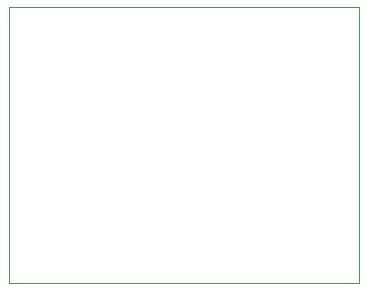
<source format=gbr>
%TF.GenerationSoftware,KiCad,Pcbnew,9.0.6*%
%TF.CreationDate,2026-02-25T04:49:12+07:00*%
%TF.ProjectId,solder_test_board,736f6c64-6572-45f7-9465-73745f626f61,rev?*%
%TF.SameCoordinates,Original*%
%TF.FileFunction,Profile,NP*%
%FSLAX46Y46*%
G04 Gerber Fmt 4.6, Leading zero omitted, Abs format (unit mm)*
G04 Created by KiCad (PCBNEW 9.0.6) date 2026-02-25 04:49:12*
%MOMM*%
%LPD*%
G01*
G04 APERTURE LIST*
%TA.AperFunction,Profile*%
%ADD10C,0.050000*%
%TD*%
G04 APERTURE END LIST*
D10*
X26797000Y-20193000D02*
X56388000Y-20193000D01*
X56388000Y-43561000D01*
X26797000Y-43561000D01*
X26797000Y-20193000D01*
M02*

</source>
